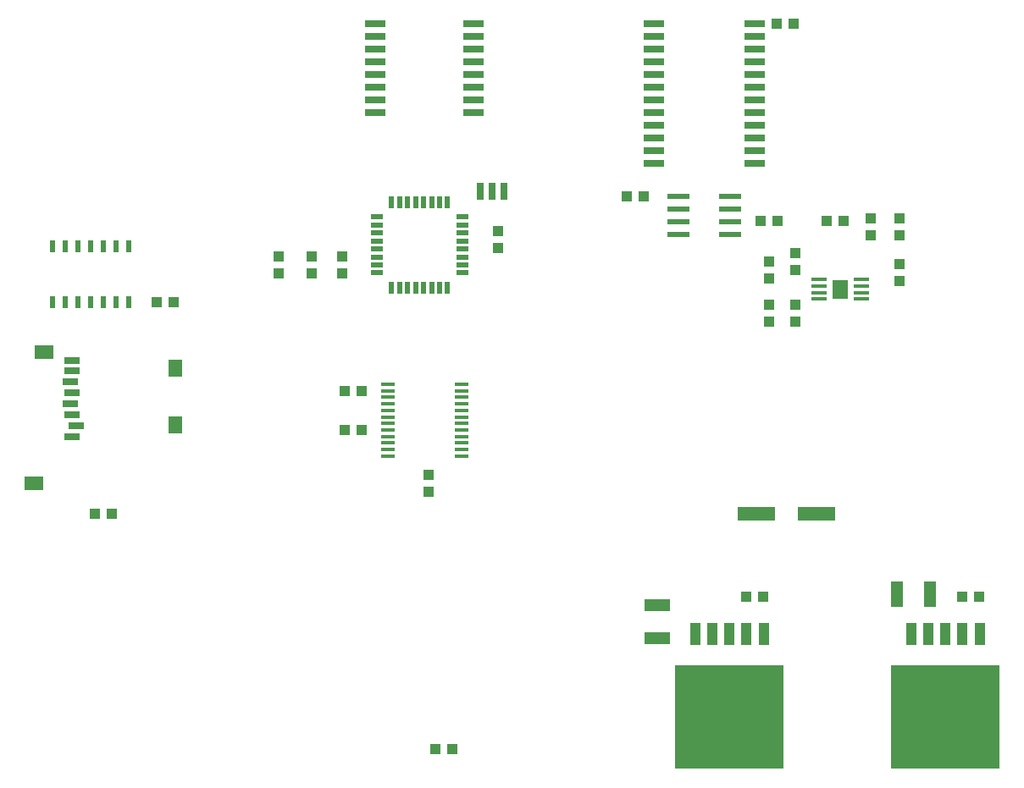
<source format=gtp>
G75*
%MOIN*%
%OFA0B0*%
%FSLAX24Y24*%
%IPPOS*%
%LPD*%
%AMOC8*
5,1,8,0,0,1.08239X$1,22.5*
%
%ADD10R,0.0500X0.0220*%
%ADD11R,0.0220X0.0500*%
%ADD12R,0.0276X0.0669*%
%ADD13R,0.0394X0.0433*%
%ADD14R,0.0433X0.0394*%
%ADD15R,0.0550X0.0137*%
%ADD16R,0.0236X0.0472*%
%ADD17R,0.0630X0.0157*%
%ADD18R,0.0618X0.0744*%
%ADD19R,0.4252X0.4098*%
%ADD20R,0.0420X0.0850*%
%ADD21R,0.0984X0.0472*%
%ADD22R,0.0472X0.0984*%
%ADD23R,0.0866X0.0236*%
%ADD24R,0.0800X0.0260*%
%ADD25R,0.0551X0.0709*%
%ADD26R,0.0748X0.0551*%
%ADD27R,0.0591X0.0315*%
%ADD28R,0.1496X0.0551*%
D10*
X023633Y029000D03*
X023633Y029315D03*
X023633Y029630D03*
X023633Y029945D03*
X023633Y030260D03*
X023633Y030575D03*
X023633Y030890D03*
X023633Y031205D03*
X027013Y031205D03*
X027013Y030890D03*
X027013Y030575D03*
X027013Y030260D03*
X027013Y029945D03*
X027013Y029630D03*
X027013Y029315D03*
X027013Y029000D03*
D11*
X026425Y028412D03*
X026110Y028412D03*
X025795Y028412D03*
X025480Y028412D03*
X025165Y028412D03*
X024850Y028412D03*
X024536Y028412D03*
X024221Y028412D03*
X024221Y031792D03*
X024536Y031792D03*
X024850Y031792D03*
X025165Y031792D03*
X025480Y031792D03*
X025795Y031792D03*
X026110Y031792D03*
X026425Y031792D03*
D12*
X027700Y032202D03*
X028173Y032202D03*
X028645Y032202D03*
D13*
X028423Y030637D03*
X028423Y029968D03*
X022273Y029637D03*
X022273Y028968D03*
X021073Y028968D03*
X021073Y029637D03*
X019773Y029637D03*
X019773Y028968D03*
X025673Y021037D03*
X025673Y020368D03*
X039073Y027068D03*
X039073Y027737D03*
X039073Y028768D03*
X039073Y029437D03*
X040123Y029118D03*
X040123Y029787D03*
X040123Y027737D03*
X040123Y027068D03*
X043073Y030468D03*
X043073Y031137D03*
X044223Y031137D03*
X044223Y030468D03*
X044223Y029337D03*
X044223Y028668D03*
D14*
X012538Y019502D03*
X013208Y019502D03*
X014988Y027852D03*
X015658Y027852D03*
X022388Y024352D03*
X023058Y024352D03*
X023058Y022802D03*
X022388Y022802D03*
X033488Y032002D03*
X034158Y032002D03*
X038738Y031052D03*
X039408Y031052D03*
X041338Y031052D03*
X042008Y031052D03*
X040058Y038802D03*
X039388Y038802D03*
X038858Y016252D03*
X038188Y016252D03*
X046688Y016252D03*
X047358Y016252D03*
X026608Y010252D03*
X025938Y010252D03*
D15*
X026962Y021795D03*
X026962Y022051D03*
X026962Y022307D03*
X026962Y022563D03*
X026962Y022819D03*
X026962Y023074D03*
X026962Y023330D03*
X026962Y023586D03*
X026962Y023842D03*
X026962Y024098D03*
X026962Y024354D03*
X026962Y024610D03*
X024084Y024610D03*
X024084Y024354D03*
X024084Y024098D03*
X024084Y023842D03*
X024084Y023586D03*
X024084Y023330D03*
X024084Y023074D03*
X024084Y022819D03*
X024084Y022563D03*
X024084Y022307D03*
X024084Y022051D03*
X024084Y021795D03*
D16*
X013873Y027850D03*
X013373Y027850D03*
X012873Y027850D03*
X012373Y027850D03*
X011873Y027850D03*
X011373Y027850D03*
X010873Y027850D03*
X010873Y030055D03*
X011373Y030055D03*
X011873Y030055D03*
X012373Y030055D03*
X012873Y030055D03*
X013373Y030055D03*
X013873Y030055D03*
D17*
X041046Y028736D03*
X041046Y028480D03*
X041046Y028224D03*
X041046Y027969D03*
X042700Y027969D03*
X042700Y028224D03*
X042700Y028480D03*
X042700Y028736D03*
D18*
X041873Y028352D03*
D19*
X046023Y011502D03*
X037523Y011502D03*
D20*
X037523Y014782D03*
X038193Y014782D03*
X038863Y014782D03*
X036853Y014782D03*
X036183Y014782D03*
X044683Y014782D03*
X045353Y014782D03*
X046023Y014782D03*
X046693Y014782D03*
X047363Y014782D03*
D21*
X034673Y014603D03*
X034673Y015902D03*
D22*
X044123Y016352D03*
X045423Y016352D03*
D23*
X037547Y030502D03*
X037547Y031002D03*
X037547Y031502D03*
X037547Y032002D03*
X035499Y032002D03*
X035499Y031502D03*
X035499Y031002D03*
X035499Y030502D03*
D24*
X034543Y033302D03*
X034543Y033802D03*
X034543Y034302D03*
X034543Y034802D03*
X034543Y035302D03*
X034543Y035802D03*
X034543Y036302D03*
X034543Y036802D03*
X034543Y037302D03*
X034543Y037802D03*
X034543Y038302D03*
X034543Y038802D03*
X038503Y038802D03*
X038503Y038302D03*
X038503Y037802D03*
X038503Y037302D03*
X038503Y036802D03*
X038503Y036302D03*
X038503Y035802D03*
X038503Y035302D03*
X038503Y034802D03*
X038503Y034302D03*
X038503Y033802D03*
X038503Y033302D03*
X027453Y035302D03*
X027453Y035802D03*
X027453Y036302D03*
X027453Y036802D03*
X027453Y037302D03*
X027453Y037802D03*
X027453Y038302D03*
X027453Y038802D03*
X023593Y038802D03*
X023593Y038302D03*
X023593Y037802D03*
X023593Y037302D03*
X023593Y036802D03*
X023593Y036302D03*
X023593Y035802D03*
X023593Y035302D03*
D25*
X015715Y025245D03*
X015715Y023001D03*
D26*
X010538Y025875D03*
X010145Y020698D03*
D27*
X011660Y022533D03*
X011818Y022966D03*
X011660Y023399D03*
X011582Y023832D03*
X011660Y024265D03*
X011582Y024698D03*
X011660Y025131D03*
X011660Y025564D03*
D28*
X038592Y019502D03*
X040954Y019502D03*
M02*

</source>
